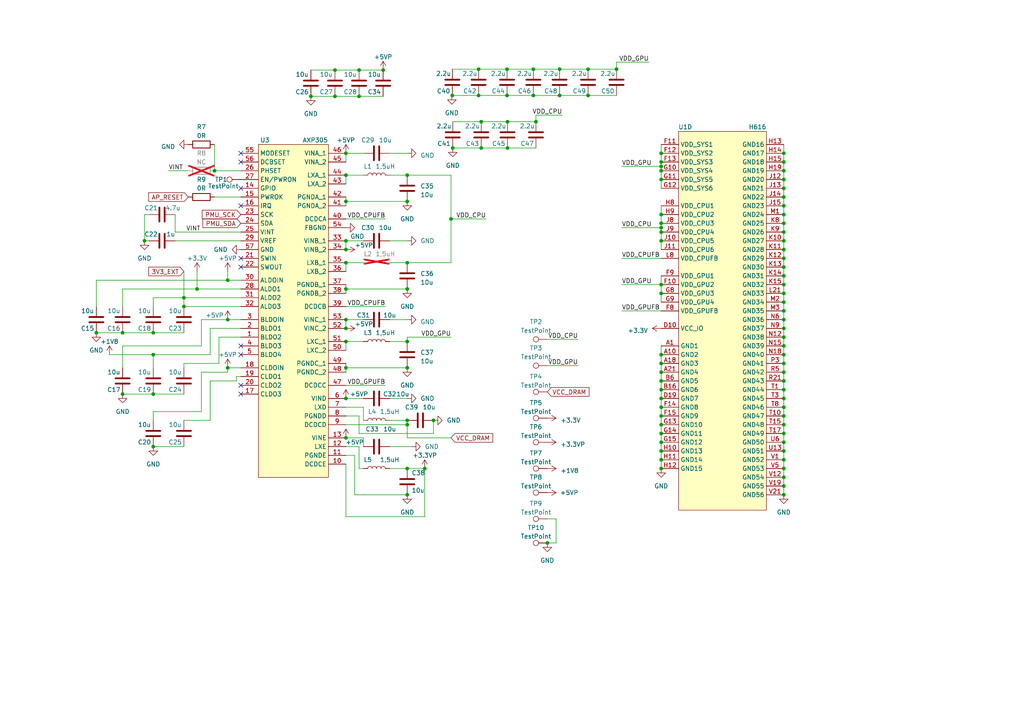
<source format=kicad_sch>
(kicad_sch (version 20231120) (generator "eeschema") (generator_version "8.0")
  (paper "A4")
  (junction (at 53.34 88.9))
  (junction (at 191.77 82.55))
  (junction (at 191.77 123.19))
  (junction (at 123.19 135.89))
  (junction (at 227.33 69.85))
  (junction (at 62.23 49.53))
  (junction (at 191.77 120.65))
  (junction (at 227.33 85.09))
  (junction (at 227.33 115.57))
  (junction (at 227.33 57.15))
  (junction (at 41.91 69.85))
  (junction (at 191.77 49.53))
  (junction (at 35.56 114.3))
  (junction (at 118.11 123.19))
  (junction (at 139.573 42.926))
  (junction (at 227.33 92.71))
  (junction (at 191.77 125.73))
  (junction (at 191.77 102.87))
  (junction (at 191.77 107.95))
  (junction (at 147.066 20.066))
  (junction (at 100.33 76.2))
  (junction (at 227.33 62.23))
  (junction (at 191.77 67.31))
  (junction (at 227.33 97.79))
  (junction (at 104.14 27.94))
  (junction (at 100.33 127))
  (junction (at 227.33 82.55))
  (junction (at 118.11 143.51))
  (junction (at 100.33 72.39))
  (junction (at 170.561 20.066))
  (junction (at 53.34 86.36))
  (junction (at 191.77 69.85))
  (junction (at 100.33 99.06))
  (junction (at 111.125 20.32))
  (junction (at 118.11 135.89))
  (junction (at 227.33 52.07))
  (junction (at 191.77 46.99))
  (junction (at 118.11 83.82))
  (junction (at 191.77 48.26))
  (junction (at 131.191 27.686))
  (junction (at 104.14 20.32))
  (junction (at 44.45 114.3))
  (junction (at 118.11 50.8))
  (junction (at 100.33 95.25))
  (junction (at 100.33 50.8))
  (junction (at 227.33 77.47))
  (junction (at 227.33 90.17))
  (junction (at 57.15 83.82))
  (junction (at 27.94 96.52))
  (junction (at 100.33 92.71))
  (junction (at 227.33 143.51))
  (junction (at 118.11 121.92))
  (junction (at 227.33 80.01))
  (junction (at 147.193 35.306))
  (junction (at 227.33 120.65))
  (junction (at 227.33 54.61))
  (junction (at 66.04 106.68))
  (junction (at 227.33 74.93))
  (junction (at 90.17 27.94))
  (junction (at 125.73 121.92))
  (junction (at 227.33 100.33))
  (junction (at 191.77 110.49))
  (junction (at 66.04 81.28))
  (junction (at 227.33 72.39))
  (junction (at 191.77 130.81))
  (junction (at 178.816 20.066))
  (junction (at 191.77 64.77))
  (junction (at 227.33 113.03))
  (junction (at 35.56 96.52))
  (junction (at 100.33 106.68))
  (junction (at 191.77 44.45))
  (junction (at 227.33 135.89))
  (junction (at 139.573 35.306))
  (junction (at 227.33 49.53))
  (junction (at 162.306 20.066))
  (junction (at 100.33 69.85))
  (junction (at 227.33 64.77))
  (junction (at 227.33 87.63))
  (junction (at 227.33 125.73))
  (junction (at 100.33 115.57))
  (junction (at 191.77 105.41))
  (junction (at 100.33 83.82))
  (junction (at 44.45 96.52))
  (junction (at 191.77 85.09))
  (junction (at 44.45 102.87))
  (junction (at 154.686 20.066))
  (junction (at 227.33 110.49))
  (junction (at 118.11 58.42))
  (junction (at 44.45 129.54))
  (junction (at 158.75 157.48))
  (junction (at 118.11 76.2))
  (junction (at 227.33 107.95))
  (junction (at 191.77 113.03))
  (junction (at 227.33 102.87))
  (junction (at 147.066 27.686))
  (junction (at 227.33 105.41))
  (junction (at 227.33 133.35))
  (junction (at 131.318 42.926))
  (junction (at 227.33 123.19))
  (junction (at 97.155 27.94))
  (junction (at 118.11 106.68))
  (junction (at 147.193 42.926))
  (junction (at 191.77 135.89))
  (junction (at 227.33 138.43))
  (junction (at 138.811 27.686))
  (junction (at 66.04 92.71))
  (junction (at 227.33 67.31))
  (junction (at 191.77 115.57))
  (junction (at 191.77 62.23))
  (junction (at 100.33 58.42))
  (junction (at 154.686 27.686))
  (junction (at 162.306 27.686))
  (junction (at 227.33 46.99))
  (junction (at 191.77 118.11))
  (junction (at 227.33 128.27))
  (junction (at 227.33 140.97))
  (junction (at 191.77 133.35))
  (junction (at 227.33 118.11))
  (junction (at 191.77 66.04))
  (junction (at 191.77 52.07))
  (junction (at 227.33 44.45))
  (junction (at 138.811 20.066))
  (junction (at 227.33 95.25))
  (junction (at 191.77 128.27))
  (junction (at 118.11 99.06))
  (junction (at 227.33 130.81))
  (junction (at 130.81 63.5))
  (junction (at 227.33 59.69))
  (junction (at 155.448 35.306))
  (junction (at 170.561 27.686))
  (junction (at 100.33 44.45))
  (junction (at 97.155 20.32))
  (no_connect (at 69.85 111.76))
  (no_connect (at 69.85 74.93))
  (no_connect (at 69.85 100.33))
  (no_connect (at 69.85 114.3))
  (no_connect (at 69.85 102.87))
  (no_connect (at 69.85 59.69))
  (no_connect (at 69.85 46.99))
  (no_connect (at 69.85 44.45))
  (no_connect (at 69.85 54.61))
  (no_connect (at 69.85 77.47))
  (wire (pts (xy 191.77 110.49) (xy 191.77 113.03)))
  (wire (pts (xy 191.77 133.35) (xy 191.77 135.89)))
  (wire (pts (xy 130.81 76.2) (xy 118.11 76.2)))
  (wire (pts (xy 41.91 62.23) (xy 43.18 62.23)))
  (wire (pts (xy 139.573 42.926) (xy 147.193 42.926)))
  (wire (pts (xy 69.85 83.82) (xy 57.15 83.82)))
  (wire (pts (xy 191.77 80.01) (xy 191.77 82.55)))
  (wire (pts (xy 97.155 27.94) (xy 104.14 27.94)))
  (wire (pts (xy 100.33 115.57) (xy 105.41 115.57)))
  (wire (pts (xy 100.33 106.68) (xy 100.33 107.95)))
  (wire (pts (xy 100.33 123.19) (xy 118.11 123.19)))
  (wire (pts (xy 227.33 115.57) (xy 227.33 118.11)))
  (wire (pts (xy 227.33 105.41) (xy 227.33 107.95)))
  (wire (pts (xy 227.33 87.63) (xy 227.33 90.17)))
  (wire (pts (xy 191.77 59.69) (xy 191.77 62.23)))
  (wire (pts (xy 100.33 106.68) (xy 118.11 106.68)))
  (wire (pts (xy 63.5 105.41) (xy 53.34 105.41)))
  (wire (pts (xy 102.87 143.51) (xy 102.87 132.08)))
  (wire (pts (xy 102.87 132.08) (xy 100.33 132.08)))
  (wire (pts (xy 41.91 62.23) (xy 41.91 69.85)))
  (wire (pts (xy 104.14 129.54) (xy 104.14 135.89)))
  (wire (pts (xy 100.33 53.34) (xy 100.33 50.8)))
  (wire (pts (xy 50.8 67.31) (xy 69.85 67.31)))
  (wire (pts (xy 227.33 41.91) (xy 227.33 44.45)))
  (wire (pts (xy 227.33 77.47) (xy 227.33 80.01)))
  (wire (pts (xy 130.81 127) (xy 118.11 127)))
  (wire (pts (xy 66.04 78.74) (xy 66.04 81.28)))
  (wire (pts (xy 118.11 50.8) (xy 130.81 50.8)))
  (wire (pts (xy 62.23 57.15) (xy 69.85 57.15)))
  (wire (pts (xy 227.33 54.61) (xy 227.33 57.15)))
  (wire (pts (xy 191.77 130.81) (xy 191.77 133.35)))
  (wire (pts (xy 66.04 92.71) (xy 58.42 92.71)))
  (wire (pts (xy 191.77 105.41) (xy 191.77 107.95)))
  (wire (pts (xy 227.33 80.01) (xy 227.33 82.55)))
  (wire (pts (xy 57.15 83.82) (xy 35.56 83.82)))
  (wire (pts (xy 155.448 33.401) (xy 155.448 35.306)))
  (wire (pts (xy 191.77 120.65) (xy 191.77 123.19)))
  (wire (pts (xy 100.33 58.42) (xy 118.11 58.42)))
  (wire (pts (xy 147.066 27.686) (xy 154.686 27.686)))
  (wire (pts (xy 69.85 92.71) (xy 66.04 92.71)))
  (wire (pts (xy 90.17 27.94) (xy 97.155 27.94)))
  (wire (pts (xy 227.33 123.19) (xy 227.33 125.73)))
  (wire (pts (xy 105.41 69.85) (xy 100.33 69.85)))
  (wire (pts (xy 227.33 97.79) (xy 227.33 100.33)))
  (wire (pts (xy 125.73 125.73) (xy 104.14 125.73)))
  (wire (pts (xy 161.29 150.495) (xy 158.75 150.495)))
  (wire (pts (xy 35.56 114.3) (xy 44.45 114.3)))
  (wire (pts (xy 100.33 105.41) (xy 100.33 106.68)))
  (wire (pts (xy 227.33 133.35) (xy 227.33 135.89)))
  (wire (pts (xy 100.33 58.42) (xy 100.33 59.69)))
  (wire (pts (xy 227.33 90.17) (xy 227.33 92.71)))
  (wire (pts (xy 53.34 86.36) (xy 44.45 86.36)))
  (wire (pts (xy 138.811 20.066) (xy 147.066 20.066)))
  (wire (pts (xy 69.85 49.53) (xy 62.23 49.53)))
  (wire (pts (xy 154.686 27.686) (xy 162.306 27.686)))
  (wire (pts (xy 125.73 121.92) (xy 125.73 125.73)))
  (wire (pts (xy 100.33 44.45) (xy 100.33 46.99)))
  (wire (pts (xy 44.45 96.52) (xy 53.34 96.52)))
  (wire (pts (xy 100.33 69.85) (xy 100.33 72.39)))
  (wire (pts (xy 62.23 49.53) (xy 62.23 41.91)))
  (wire (pts (xy 105.41 118.11) (xy 105.41 121.92)))
  (wire (pts (xy 123.19 149.86) (xy 123.19 135.89)))
  (wire (pts (xy 191.77 46.99) (xy 191.77 48.26)))
  (wire (pts (xy 60.96 102.87) (xy 60.96 95.25)))
  (wire (pts (xy 53.34 78.74) (xy 53.34 86.36)))
  (wire (pts (xy 100.33 82.55) (xy 100.33 83.82)))
  (wire (pts (xy 227.33 82.55) (xy 227.33 85.09)))
  (wire (pts (xy 60.96 121.92) (xy 60.96 110.49)))
  (wire (pts (xy 100.33 99.06) (xy 100.33 101.6)))
  (wire (pts (xy 191.77 52.07) (xy 191.77 54.61)))
  (wire (pts (xy 227.33 102.87) (xy 227.33 105.41)))
  (wire (pts (xy 118.11 127) (xy 118.11 123.19)))
  (wire (pts (xy 158.75 98.425) (xy 167.64 98.425)))
  (wire (pts (xy 100.33 57.15) (xy 100.33 58.42)))
  (wire (pts (xy 60.96 110.49) (xy 68.58 110.49)))
  (wire (pts (xy 147.193 42.926) (xy 155.448 42.926)))
  (wire (pts (xy 227.33 113.03) (xy 227.33 115.57)))
  (wire (pts (xy 68.58 109.22) (xy 69.85 109.22)))
  (wire (pts (xy 31.75 102.87) (xy 44.45 102.87)))
  (wire (pts (xy 191.77 44.45) (xy 191.77 46.99)))
  (wire (pts (xy 130.81 97.79) (xy 118.11 97.79)))
  (wire (pts (xy 104.14 135.89) (xy 105.41 135.89)))
  (wire (pts (xy 69.85 86.36) (xy 53.34 86.36)))
  (wire (pts (xy 191.77 123.19) (xy 191.77 125.73)))
  (wire (pts (xy 191.77 41.91) (xy 191.77 44.45)))
  (wire (pts (xy 48.895 49.53) (xy 54.61 49.53)))
  (wire (pts (xy 180.34 74.93) (xy 191.77 74.93)))
  (wire (pts (xy 44.45 102.87) (xy 60.96 102.87)))
  (wire (pts (xy 104.14 120.65) (xy 100.33 120.65)))
  (wire (pts (xy 180.34 66.04) (xy 191.77 66.04)))
  (wire (pts (xy 27.94 81.28) (xy 27.94 88.9)))
  (wire (pts (xy 180.34 48.26) (xy 191.77 48.26)))
  (wire (pts (xy 44.45 129.54) (xy 53.34 129.54)))
  (wire (pts (xy 35.56 83.82) (xy 35.56 88.9)))
  (wire (pts (xy 227.33 49.53) (xy 227.33 52.07)))
  (wire (pts (xy 113.03 135.89) (xy 118.11 135.89)))
  (wire (pts (xy 227.33 64.77) (xy 227.33 67.31)))
  (wire (pts (xy 105.41 99.06) (xy 100.33 99.06)))
  (wire (pts (xy 191.77 125.73) (xy 191.77 128.27)))
  (wire (pts (xy 60.96 95.25) (xy 69.85 95.25)))
  (wire (pts (xy 58.42 119.38) (xy 44.45 119.38)))
  (wire (pts (xy 63.5 97.79) (xy 63.5 105.41)))
  (wire (pts (xy 58.42 100.33) (xy 35.56 100.33)))
  (wire (pts (xy 162.306 27.686) (xy 170.561 27.686)))
  (wire (pts (xy 97.155 20.32) (xy 104.14 20.32)))
  (wire (pts (xy 53.34 121.92) (xy 60.96 121.92)))
  (wire (pts (xy 104.14 27.94) (xy 111.125 27.94)))
  (wire (pts (xy 227.33 92.71) (xy 227.33 95.25)))
  (wire (pts (xy 178.816 18.034) (xy 188.214 18.034)))
  (wire (pts (xy 227.33 107.95) (xy 227.33 110.49)))
  (wire (pts (xy 113.03 115.57) (xy 118.11 115.57)))
  (wire (pts (xy 131.191 27.686) (xy 138.811 27.686)))
  (wire (pts (xy 138.811 27.686) (xy 147.066 27.686)))
  (wire (pts (xy 227.33 118.11) (xy 227.33 120.65)))
  (wire (pts (xy 170.561 20.066) (xy 178.816 20.066)))
  (wire (pts (xy 227.33 72.39) (xy 227.33 74.93)))
  (wire (pts (xy 69.85 97.79) (xy 63.5 97.79)))
  (wire (pts (xy 191.77 107.95) (xy 191.77 110.49)))
  (wire (pts (xy 227.33 100.33) (xy 227.33 102.87)))
  (wire (pts (xy 130.81 63.5) (xy 130.81 76.2)))
  (wire (pts (xy 113.03 69.85) (xy 118.11 69.85)))
  (wire (pts (xy 227.33 57.15) (xy 227.33 59.69)))
  (wire (pts (xy 41.91 69.85) (xy 43.18 69.85)))
  (wire (pts (xy 105.41 76.2) (xy 100.33 76.2)))
  (wire (pts (xy 104.14 20.32) (xy 111.125 20.32)))
  (wire (pts (xy 113.03 44.45) (xy 118.11 44.45)))
  (wire (pts (xy 162.306 20.066) (xy 170.561 20.066)))
  (wire (pts (xy 69.85 81.28) (xy 66.04 81.28)))
  (wire (pts (xy 118.11 97.79) (xy 118.11 99.06)))
  (wire (pts (xy 118.11 143.51) (xy 102.87 143.51)))
  (wire (pts (xy 191.77 66.04) (xy 191.77 67.31)))
  (wire (pts (xy 227.33 46.99) (xy 227.33 49.53)))
  (wire (pts (xy 66.04 107.95) (xy 58.42 107.95)))
  (wire (pts (xy 191.77 118.11) (xy 191.77 120.65)))
  (wire (pts (xy 131.191 20.066) (xy 138.811 20.066)))
  (wire (pts (xy 131.064 27.686) (xy 131.191 27.686)))
  (wire (pts (xy 227.33 135.89) (xy 227.33 138.43)))
  (wire (pts (xy 100.33 118.11) (xy 105.41 118.11)))
  (wire (pts (xy 100.33 149.86) (xy 123.19 149.86)))
  (wire (pts (xy 35.56 96.52) (xy 44.45 96.52)))
  (wire (pts (xy 227.33 138.43) (xy 227.33 140.97)))
  (wire (pts (xy 227.33 128.27) (xy 227.33 130.81)))
  (wire (pts (xy 227.33 74.93) (xy 227.33 77.47)))
  (wire (pts (xy 100.33 127) (xy 105.41 127)))
  (wire (pts (xy 58.42 92.71) (xy 58.42 100.33)))
  (wire (pts (xy 180.34 90.17) (xy 191.77 90.17)))
  (wire (pts (xy 227.33 95.25) (xy 227.33 97.79)))
  (wire (pts (xy 130.81 50.8) (xy 130.81 63.5)))
  (wire (pts (xy 130.81 63.5) (xy 140.97 63.5)))
  (wire (pts (xy 100.33 50.8) (xy 105.41 50.8)))
  (wire (pts (xy 100.33 88.9) (xy 111.76 88.9)))
  (wire (pts (xy 227.33 52.07) (xy 227.33 54.61)))
  (wire (pts (xy 53.34 105.41) (xy 53.34 106.68)))
  (wire (pts (xy 191.77 115.57) (xy 191.77 118.11)))
  (wire (pts (xy 100.33 111.76) (xy 111.76 111.76)))
  (wire (pts (xy 191.77 49.53) (xy 191.77 52.07)))
  (wire (pts (xy 66.04 81.28) (xy 27.94 81.28)))
  (wire (pts (xy 53.34 88.9) (xy 69.85 88.9)))
  (wire (pts (xy 147.066 20.066) (xy 154.686 20.066)))
  (wire (pts (xy 105.41 92.71) (xy 100.33 92.71)))
  (wire (pts (xy 158.75 106.045) (xy 167.64 106.045)))
  (wire (pts (xy 27.94 96.52) (xy 35.56 96.52)))
  (wire (pts (xy 227.33 44.45) (xy 227.33 46.99)))
  (wire (pts (xy 100.33 92.71) (xy 100.33 95.25)))
  (wire (pts (xy 113.03 92.71) (xy 118.11 92.71)))
  (wire (pts (xy 191.77 62.23) (xy 191.77 64.77)))
  (wire (pts (xy 227.33 62.23) (xy 227.33 64.77)))
  (wire (pts (xy 50.8 69.85) (xy 69.85 69.85)))
  (wire (pts (xy 161.29 157.48) (xy 158.75 157.48)))
  (wire (pts (xy 191.77 67.31) (xy 191.77 69.85)))
  (wire (pts (xy 58.42 107.95) (xy 58.42 119.38)))
  (wire (pts (xy 57.15 78.74) (xy 57.15 83.82)))
  (wire (pts (xy 100.33 44.45) (xy 105.41 44.45)))
  (wire (pts (xy 227.33 125.73) (xy 227.33 128.27)))
  (wire (pts (xy 131.318 42.926) (xy 139.573 42.926)))
  (wire (pts (xy 227.33 130.81) (xy 227.33 133.35)))
  (wire (pts (xy 139.573 35.306) (xy 147.193 35.306)))
  (wire (pts (xy 44.45 86.36) (xy 44.45 88.9)))
  (wire (pts (xy 227.33 69.85) (xy 227.33 72.39)))
  (wire (pts (xy 113.03 129.54) (xy 119.38 129.54)))
  (wire (pts (xy 227.33 120.65) (xy 227.33 123.19)))
  (wire (pts (xy 35.56 100.33) (xy 35.56 106.68)))
  (wire (pts (xy 113.03 76.2) (xy 118.11 76.2)))
  (wire (pts (xy 66.04 106.68) (xy 66.04 107.95)))
  (wire (pts (xy 191.77 69.85) (xy 191.77 72.39)))
  (wire (pts (xy 227.33 67.31) (xy 227.33 69.85)))
  (wire (pts (xy 100.33 129.54) (xy 104.14 129.54)))
  (wire (pts (xy 100.33 83.82) (xy 100.33 85.09)))
  (wire (pts (xy 104.14 125.73) (xy 104.14 120.65)))
  (wire (pts (xy 44.45 106.68) (xy 44.45 102.87)))
  (wire (pts (xy 68.58 110.49) (xy 68.58 109.22)))
  (wire (pts (xy 227.33 140.97) (xy 227.33 143.51)))
  (wire (pts (xy 191.77 102.87) (xy 191.77 105.41)))
  (wire (pts (xy 113.03 121.92) (xy 118.11 121.92)))
  (wire (pts (xy 100.33 83.82) (xy 118.11 83.82)))
  (wire (pts (xy 191.77 128.27) (xy 191.77 130.81)))
  (wire (pts (xy 170.561 27.686) (xy 178.816 27.686)))
  (wire (pts (xy 163.068 33.401) (xy 155.448 33.401)))
  (wire (pts (xy 123.19 135.89) (xy 118.11 135.89)))
  (wire (pts (xy 191.77 82.55) (xy 191.77 85.09)))
  (wire (pts (xy 90.17 20.32) (xy 97.155 20.32)))
  (wire (pts (xy 178.816 20.066) (xy 178.816 18.034)))
  (wire (pts (xy 100.33 76.2) (xy 100.33 78.74)))
  (wire (pts (xy 69.85 106.68) (xy 66.04 106.68)))
  (wire (pts (xy 113.03 99.06) (xy 118.11 99.06)))
  (wire (pts (xy 191.77 113.03) (xy 191.77 115.57)))
  (wire (pts (xy 131.318 35.306) (xy 139.573 35.306)))
  (wire (pts (xy 50.8 67.31) (xy 50.8 62.23)))
  (wire (pts (xy 118.11 123.19) (xy 118.11 121.92)))
  (wire (pts (xy 191.77 85.09) (xy 191.77 87.63)))
  (wire (pts (xy 161.29 150.495) (xy 161.29 157.48)))
  (wire (pts (xy 191.77 100.33) (xy 191.77 102.87)))
  (wire (pts (xy 105.41 127) (xy 105.41 129.54)))
  (wire (pts (xy 113.03 50.8) (xy 118.11 50.8)))
  (wire (pts (xy 227.33 110.49) (xy 227.33 113.03)))
  (wire (pts (xy 227.33 85.09) (xy 227.33 87.63)))
  (wire (pts (xy 44.45 114.3) (xy 53.34 114.3)))
  (wire (pts (xy 53.34 86.36) (xy 53.34 88.9)))
  (wire (pts (xy 154.686 20.066) (xy 162.306 20.066)))
  (wire (pts (xy 100.33 134.62) (xy 100.33 149.86)))
  (wire (pts (xy 227.33 59.69) (xy 227.33 62.23)))
  (wire (pts (xy 191.77 48.26) (xy 191.77 49.53)))
  (wire (pts (xy 147.193 35.306) (xy 155.448 35.306)))
  (wire (pts (xy 191.77 64.77) (xy 191.77 66.04)))
  (wire (pts (xy 100.33 63.5) (xy 111.76 63.5)))
  (wire (pts (xy 180.34 82.55) (xy 191.77 82.55)))
  (wire (pts (xy 44.45 119.38) (xy 44.45 121.92)))
  (label "VDD_CPU" (at 163.068 33.401 180))
  (label "VDD_GPU" (at 167.64 106.045 180))
  (label "VDD_GPUFB" (at 180.34 90.17 0))
  (label "VINT" (at 53.975 67.31 0))
  (label "VDD_CPUFB" (at 111.76 63.5 180))
  (label "VDD_GPU" (at 130.81 97.79 180))
  (label "VDD_GPU" (at 180.34 48.26 0))
  (label "VDD_CPU" (at 167.64 98.425 180))
  (label "VDD_CPU" (at 140.97 63.5 180))
  (label "VDD_GPUFB" (at 111.76 111.76 180))
  (label "VDD_CPU" (at 180.34 66.04 0))
  (label "VDD_CPUFB" (at 111.76 88.9 180))
  (label "VDD_CPUFB" (at 180.34 74.93 0))
  (label "VINT" (at 48.895 49.53 0))
  (label "VDD_GPU" (at 188.214 18.034 180))
  (label "VDD_GPU" (at 180.34 82.55 0))
  (global_label "VCC_DRAM" (shape input) (at 130.81 127 0) (property "Intersheetrefs" "${INTERSHEET_REFS}" (effects (hide yes))))
  (global_label "3V3_EXT" (shape input) (at 53.34 78.74 180) (property "Intersheetrefs" "${INTERSHEET_REFS}" (effects (hide yes))))
  (global_label "PMU_SCK" (shape input) (at 69.85 62.23 180) (property "Intersheetrefs" "${INTERSHEET_REFS}" (effects (hide yes))))
  (global_label "AP_RESET" (shape input) (at 54.61 57.15 180) (property "Intersheetrefs" "${INTERSHEET_REFS}" (effects (hide yes))))
  (global_label "VCC_DRAM" (shape input) (at 158.75 113.665 0) (property "Intersheetrefs" "${INTERSHEET_REFS}" (effects (hide yes))))
  (global_label "PMU_SDA" (shape input) (at 69.85 64.77 180) (property "Intersheetrefs" "${INTERSHEET_REFS}" (effects (hide yes))))
  (symbol (lib_id "power:GND") (at 118.11 92.71 90) (unit 1)
    (property "Reference" "#PWR033" (effects (hide yes)))
    (property "Value" "GND" (at 121.92 93.345 90) (effects (justify right)))
  )
  (symbol (lib_id "Connector:TestPoint") (at 158.75 98.425 90) (unit 1)
    (property "Reference" "TP2" (at 155.448 93.345 90))
    (property "Value" "TestPoint" (at 155.448 95.885 90))
    (property "Footprint" "TestPoint:TestPoint_THTPad_D1.0mm_Drill0.5mm" (effects (hide yes)))
  )
  (symbol (lib_id "Device:C") (at 109.22 44.45 90) (unit 1)
    (property "Reference" "C29" (at 106.68 40.64 90))
    (property "Value" "10u" (at 111.76 40.64 90))
    (property "Footprint" "Capacitor_SMD:C_0402_1005Metric_Pad0.74x0.62mm_HandSolder" (effects (hide yes)))
  )
  (symbol (lib_id "power:+5VP") (at 100.33 115.57 0) (unit 1)
    (property "Reference" "#PWR026" (effects (hide yes)))
    (property "Value" "+5VP" (at 104.14 114.3 0))
  )
  (symbol (lib_id "Device:C") (at 53.34 92.71 180) (unit 1)
    (property "Reference" "C23" (at 50.8 95.25 0))
    (property "Value" "10u" (at 50.8 90.17 0))
    (property "Footprint" "Capacitor_SMD:C_0402_1005Metric_Pad0.74x0.62mm_HandSolder" (effects (hide yes)))
  )
  (symbol (lib_id "Connector:TestPoint") (at 158.75 106.045 90) (unit 1)
    (property "Reference" "TP3" (at 155.448 100.965 90))
    (property "Value" "TestPoint" (at 155.448 103.505 90))
    (property "Footprint" "TestPoint:TestPoint_THTPad_D1.0mm_Drill0.5mm" (effects (hide yes)))
  )
  (symbol (lib_id "Device:C") (at 97.155 24.13 180) (unit 1)
    (property "Reference" "C27" (at 94.615 26.67 0))
    (property "Value" "10u" (at 94.615 21.59 0))
    (property "Footprint" "Capacitor_SMD:C_0402_1005Metric_Pad0.74x0.62mm_HandSolder" (effects (hide yes)))
  )
  (symbol (lib_id "Device:C") (at 109.22 115.57 90) (unit 1)
    (property "Reference" "C32" (at 113.03 114.3 90))
    (property "Value" "10u" (at 116.84 114.3 90))
    (property "Footprint" "Capacitor_SMD:C_0402_1005Metric_Pad0.74x0.62mm_HandSolder" (effects (hide yes)))
  )
  (symbol (lib_id "H616_lib:H616") (at 203.2 35.56 0) (unit 4)
    (property "Reference" "U1" (at 198.755 36.83 0))
    (property "Value" "H616" (at 219.71 36.83 0))
    (property "Footprint" "projectlib:H616_TFBGA284" (effects (hide yes)))
  )
  (symbol (lib_id "power:GND") (at 44.45 129.54 0) (unit 1)
    (property "Reference" "#PWR014" (effects (hide yes)))
    (property "Value" "GND" (at 44.45 134.62 0))
  )
  (symbol (lib_id "Device:C") (at 139.573 39.116 180) (unit 1)
    (property "Reference" "C43" (at 137.033 41.656 0))
    (property "Value" "2.2u" (at 137.033 36.576 0))
    (property "Footprint" "Capacitor_SMD:C_0402_1005Metric_Pad0.74x0.62mm_HandSolder" (effects (hide yes)))
  )
  (symbol (lib_id "power:+5VP") (at 100.33 72.39 270) (unit 1)
    (property "Reference" "#PWR024" (effects (hide yes)))
    (property "Value" "+5VP" (at 102.87 71.12 90) (effects (justify left)))
  )
  (symbol (lib_id "Device:C") (at 138.811 23.876 180) (unit 1)
    (property "Reference" "C42" (at 136.271 26.416 0))
    (property "Value" "2.2u" (at 136.271 21.336 0))
    (property "Footprint" "Capacitor_SMD:C_0402_1005Metric_Pad0.74x0.62mm_HandSolder" (effects (hide yes)))
  )
  (symbol (lib_id "power:+5VP") (at 158.75 142.875 270) (unit 1)
    (property "Reference" "#PWR045" (effects (hide yes)))
    (property "Value" "+5VP" (at 165.1 142.875 90))
  )
  (symbol (lib_id "power:GND") (at 158.75 157.48 0) (unit 1)
    (property "Reference" "#PWR046" (effects (hide yes)))
    (property "Value" "GND" (at 158.75 162.56 0))
  )
  (symbol (lib_id "Connector:TestPoint") (at 158.75 157.48 90) (unit 1)
    (property "Reference" "TP10" (at 155.448 153.035 90))
    (property "Value" "TestPoint" (at 155.448 155.575 90))
    (property "Footprint" "TestPoint:TestPoint_THTPad_D1.0mm_Drill0.5mm" (effects (hide yes)))
  )
  (symbol (lib_id "Device:R") (at 58.42 57.15 90) (unit 1)
    (property "Reference" "R9" (at 58.42 52.07 90))
    (property "Value" "0R" (at 58.42 54.61 90))
    (property "Footprint" "Resistor_SMD:R_0402_1005Metric_Pad0.72x0.64mm_HandSolder" (effects (hide yes)))
  )
  (symbol (lib_id "power:GND") (at 118.11 115.57 90) (unit 1)
    (property "Reference" "#PWR035" (effects (hide yes)))
    (property "Value" "GND" (at 121.92 115.57 90) (effects (justify right)))
  )
  (symbol (lib_id "Device:C") (at 118.11 139.7 180) (unit 1)
    (property "Reference" "C38" (at 119.38 137.16 0) (effects (justify right)))
    (property "Value" "10u" (at 119.38 142.24 0) (effects (justify right)))
    (property "Footprint" "Capacitor_SMD:C_0402_1005Metric_Pad0.74x0.62mm_HandSolder" (effects (hide yes)))
  )
  (symbol (lib_id "power:GND") (at 90.17 27.94 0) (unit 1)
    (property "Reference" "#PWR021" (effects (hide yes)))
    (property "Value" "GND" (at 90.17 33.02 0))
  )
  (symbol (lib_id "Device:C") (at 170.561 23.876 180) (unit 1)
    (property "Reference" "C49" (at 168.021 26.416 0))
    (property "Value" "2.2u" (at 168.021 21.336 0))
    (property "Footprint" "Capacitor_SMD:C_0402_1005Metric_Pad0.74x0.62mm_HandSolder" (effects (hide yes)))
  )
  (symbol (lib_id "power:GND") (at 41.91 69.85 0) (unit 1)
    (property "Reference" "#PWR013" (effects (hide yes)))
    (property "Value" "GND" (at 41.91 74.93 0))
  )
  (symbol (lib_id "Device:C") (at 155.448 39.116 180) (unit 1)
    (property "Reference" "C47" (at 152.908 41.656 0))
    (property "Value" "2.2u" (at 152.908 36.576 0))
    (property "Footprint" "Capacitor_SMD:C_0402_1005Metric_Pad0.74x0.62mm_HandSolder" (effects (hide yes)))
  )
  (symbol (lib_id "Device:C") (at 121.92 121.92 90) (unit 1)
    (property "Reference" "C39" (at 119.38 118.11 90))
    (property "Value" "10u" (at 124.46 118.11 90))
    (property "Footprint" "Capacitor_SMD:C_0402_1005Metric_Pad0.74x0.62mm_HandSolder" (effects (hide yes)))
  )
  (symbol (lib_id "Device:C") (at 46.99 62.23 90) (unit 1)
    (property "Reference" "C21" (at 43.815 60.325 90))
    (property "Value" "4.7u" (at 50.165 60.325 90))
    (property "Footprint" "Capacitor_SMD:C_0402_1005Metric_Pad0.74x0.62mm_HandSolder" (effects (hide yes)))
  )
  (symbol (lib_id "Device:C") (at 109.22 129.54 90) (unit 1)
    (property "Reference" "C33" (at 107.95 124.46 90))
    (property "Value" "10u" (at 113.03 124.46 90))
    (property "Footprint" "Capacitor_SMD:C_0402_1005Metric_Pad0.74x0.62mm_HandSolder" (effects (hide yes)))
  )
  (symbol (lib_id "Device:C") (at 44.45 110.49 180) (unit 1)
    (property "Reference" "C19" (at 41.91 113.03 0))
    (property "Value" "10u" (at 41.91 107.95 0))
    (property "Footprint" "Capacitor_SMD:C_0402_1005Metric_Pad0.74x0.62mm_HandSolder" (effects (hide yes)))
  )
  (symbol (lib_id "Device:L") (at 109.22 76.2 90) (unit 1) (dnp yes)
    (property "Reference" "L2" (at 106.68 73.66 90))
    (property "Value" "1,5uH" (at 111.76 73.66 90))
    (property "Footprint" "Inductor_SMD:L_Changjiang_FNR252010S" (effects (hide yes)))
  )
  (symbol (lib_id "power:GND") (at 118.11 69.85 90) (unit 1)
    (property "Reference" "#PWR031" (effects (hide yes)))
    (property "Value" "GND" (at 121.92 69.85 90) (effects (justify right)))
  )
  (symbol (lib_id "power:GND") (at 118.11 58.42 0) (unit 1)
    (property "Reference" "#PWR030" (effects (hide yes)))
    (property "Value" "GND" (at 118.11 63.5 0))
  )
  (symbol (lib_id "Device:C") (at 162.306 23.876 180) (unit 1)
    (property "Reference" "C48" (at 159.766 26.416 0))
    (property "Value" "2.2u" (at 159.766 21.336 0))
    (property "Footprint" "Capacitor_SMD:C_0402_1005Metric_Pad0.74x0.62mm_HandSolder" (effects (hide yes)))
  )
  (symbol (lib_id "power:GND") (at 118.11 143.51 0) (unit 1)
    (property "Reference" "#PWR036" (effects (hide yes)))
    (property "Value" "GND" (at 118.11 148.59 0))
  )
  (symbol (lib_id "Device:C") (at 53.34 110.49 180) (unit 1)
    (property "Reference" "C24" (at 50.8 113.03 0))
    (property "Value" "10u" (at 50.8 107.95 0))
    (property "Footprint" "Capacitor_SMD:C_0402_1005Metric_Pad0.74x0.62mm_HandSolder" (effects (hide yes)))
  )
  (symbol (lib_id "Device:L") (at 109.22 99.06 90) (unit 1)
    (property "Reference" "L3" (at 106.68 96.52 90))
    (property "Value" "1,5uH" (at 111.76 96.52 90))
    (property "Footprint" "Inductor_SMD:L_Changjiang_FNR252010S" (effects (hide yes)))
  )
  (symbol (lib_id "Device:C") (at 109.22 92.71 90) (unit 1)
    (property "Reference" "C31" (at 105.41 91.44 90))
    (property "Value" "10u" (at 113.03 91.44 90))
    (property "Footprint" "Capacitor_SMD:C_0402_1005Metric_Pad0.74x0.62mm_HandSolder" (effects (hide yes)))
  )
  (symbol (lib_id "Device:C") (at 109.22 69.85 90) (unit 1)
    (property "Reference" "C30" (at 106.68 66.04 90))
    (property "Value" "10u" (at 111.76 66.04 90))
    (property "Footprint" "Capacitor_SMD:C_0402_1005Metric_Pad0.74x0.62mm_HandSolder" (effects (hide yes)))
  )
  (symbol (lib_id "Device:C") (at 90.17 24.13 180) (unit 1)
    (property "Reference" "C26" (at 87.63 26.67 0))
    (property "Value" "10u" (at 87.63 21.59 0))
    (property "Footprint" "Capacitor_SMD:C_0402_1005Metric_Pad0.74x0.62mm_HandSolder" (effects (hide yes)))
  )
  (symbol (lib_id "power:GND") (at 191.77 135.89 0) (unit 1)
    (property "Reference" "#PWR048" (effects (hide yes)))
    (property "Value" "GND" (at 191.77 140.97 0))
  )
  (symbol (lib_id "power:GND") (at 69.85 72.39 270) (unit 1)
    (property "Reference" "#PWR020" (effects (hide yes)))
    (property "Value" "GND" (at 66.04 72.39 90) (effects (justify right)))
  )
  (symbol (lib_id "Device:C") (at 111.125 24.13 180) (unit 1)
    (property "Reference" "C34" (at 108.585 26.67 0))
    (property "Value" "10u" (at 108.585 21.59 0))
    (property "Footprint" "Capacitor_SMD:C_0402_1005Metric_Pad0.74x0.62mm_HandSolder" (effects (hide yes)))
  )
  (symbol (lib_id "power:+5VP") (at 66.04 92.71 0) (unit 1)
    (property "Reference" "#PWR018" (effects (hide yes)))
    (property "Value" "+5VP" (at 62.23 91.44 0))
  )
  (symbol (lib_id "Device:C") (at 46.99 69.85 90) (unit 1)
    (property "Reference" "C22" (at 43.815 67.945 90))
    (property "Value" "1u" (at 49.53 67.945 90))
    (property "Footprint" "Capacitor_SMD:C_0402_1005Metric_Pad0.74x0.62mm_HandSolder" (effects (hide yes)))
  )
  (symbol (lib_id "power:+1V8") (at 31.75 102.87 0) (unit 1)
    (property "Reference" "#PWR011" (effects (hide yes)))
    (property "Value" "+1V8" (at 31.75 99.06 0))
  )
  (symbol (lib_id "Device:C") (at 131.191 23.876 180) (unit 1)
    (property "Reference" "C40" (at 128.651 26.416 0))
    (property "Value" "2.2u" (at 128.651 21.336 0))
    (property "Footprint" "Capacitor_SMD:C_0402_1005Metric_Pad0.74x0.62mm_HandSolder" (effects (hide yes)))
  )
  (symbol (lib_id "Connector:TestPoint") (at 158.75 121.285 90) (unit 1)
    (property "Reference" "TP5" (at 155.448 116.84 90))
    (property "Value" "TestPoint" (at 155.448 119.38 90))
    (property "Footprint" "TestPoint:TestPoint_THTPad_D1.0mm_Drill0.5mm" (effects (hide yes)))
  )
  (symbol (lib_id "power:+3.3V") (at 57.15 78.74 0) (unit 1)
    (property "Reference" "#PWR016" (effects (hide yes)))
    (property "Value" "+3.3V" (at 57.15 74.93 0))
  )
  (symbol (lib_id "power:+1V8") (at 158.75 135.89 270) (unit 1)
    (property "Reference" "#PWR044" (effects (hide yes)))
    (property "Value" "+1V8" (at 162.56 136.525 90) (effects (justify left)))
  )
  (symbol (lib_id "Device:C") (at 53.34 125.73 180) (unit 1)
    (property "Reference" "C25" (at 50.8 128.27 0))
    (property "Value" "10u" (at 50.8 123.19 0))
    (property "Footprint" "Capacitor_SMD:C_0402_1005Metric_Pad0.74x0.62mm_HandSolder" (effects (hide yes)))
  )
  (symbol (lib_id "power:GND") (at 118.11 83.82 0) (unit 1)
    (property "Reference" "#PWR032" (effects (hide yes)))
    (property "Value" "GND" (at 118.11 88.9 0))
  )
  (symbol (lib_id "Device:C") (at 178.816 23.876 180) (unit 1)
    (property "Reference" "C50" (at 176.276 26.416 0))
    (property "Value" "2.2u" (at 176.276 21.336 0))
    (property "Footprint" "Capacitor_SMD:C_0402_1005Metric_Pad0.74x0.62mm_HandSolder" (effects (hide yes)))
  )
  (symbol (lib_id "power:GND") (at 27.94 96.52 0) (unit 1)
    (property "Reference" "#PWR010" (effects (hide yes)))
    (property "Value" "GND" (at 27.94 101.6 0))
  )
  (symbol (lib_id "Device:L") (at 109.22 121.92 90) (unit 1)
    (property "Reference" "L4" (at 107.95 119.38 90))
    (property "Value" "1,5uH" (at 113.03 119.38 90))
    (property "Footprint" "Inductor_SMD:L_Changjiang_FNR252010S" (effects (hide yes)))
  )
  (symbol (lib_id "Device:C") (at 118.11 80.01 0) (unit 1)
    (property "Reference" "C36" (at 121.92 79.375 0) (effects (justify left)))
    (property "Value" "10u" (at 121.92 81.915 0) (effects (justify left)))
    (property "Footprint" "Capacitor_SMD:C_0402_1005Metric_Pad0.74x0.62mm_HandSolder" (effects (hide yes)))
  )
  (symbol (lib_id "power:+3.3V") (at 158.75 121.285 270) (unit 1)
    (property "Reference" "#PWR042" (effects (hide yes)))
    (property "Value" "+3.3V" (at 162.56 121.92 90) (effects (justify left)))
  )
  (symbol (lib_id "Device:C") (at 118.11 102.87 0) (unit 1)
    (property "Reference" "C37" (at 121.92 102.235 0) (effects (justify left)))
    (property "Value" "10u" (at 121.92 104.775 0) (effects (justify left)))
    (property "Footprint" "Capacitor_SMD:C_0402_1005Metric_Pad0.74x0.62mm_HandSolder" (effects (hide yes)))
  )
  (symbol (lib_id "Device:C") (at 44.45 92.71 180) (unit 1)
    (property "Reference" "C18" (at 41.91 95.25 0))
    (property "Value" "10u" (at 41.91 90.17 0))
    (property "Footprint" "Capacitor_SMD:C_0402_1005Metric_Pad0.74x0.62mm_HandSolder" (effects (hide yes)))
  )
  (symbol (lib_id "power:+3.3VP") (at 123.19 135.89 0) (unit 1)
    (property "Reference" "#PWR038" (effects (hide yes)))
    (property "Value" "+3.3VP" (at 123.19 132.08 0))
  )
  (symbol (lib_id "H616_lib:AXP305") (at 80.01 40.64 0) (unit 1)
    (property "Reference" "U3" (at 76.835 40.64 0))
    (property "Value" "AXP305" (at 91.44 40.64 0))
    (property "Footprint" "Package_DFN_QFN:QFN-56-1EP_7x7mm_P0.4mm_EP4x4mm_ThermalVias" (effects (hide yes)))
  )
  (symbol (lib_id "Device:C") (at 147.193 39.116 180) (unit 1)
    (property "Reference" "C45" (at 144.653 41.656 0))
    (property "Value" "2.2u" (at 144.653 36.576 0))
    (property "Footprint" "Capacitor_SMD:C_0402_1005Metric_Pad0.74x0.62mm_HandSolder" (effects (hide yes)))
  )
  (symbol (lib_id "power:GND") (at 227.33 143.51 0) (unit 1)
    (property "Reference" "#PWR049" (effects (hide yes)))
    (property "Value" "GND" (at 227.33 148.59 0))
  )
  (symbol (lib_id "power:+5VP") (at 66.04 78.74 0) (unit 1)
    (property "Reference" "#PWR017" (effects (hide yes)))
    (property "Value" "+5VP" (at 66.04 74.93 0))
  )
  (symbol (lib_id "power:GND") (at 118.11 106.68 0) (unit 1)
    (property "Reference" "#PWR034" (effects (hide yes)))
    (property "Value" "GND" (at 118.11 111.76 0))
  )
  (symbol (lib_id "power:+5VP") (at 100.33 44.45 0) (unit 1)
    (property "Reference" "#PWR022" (effects (hide yes)))
    (property "Value" "+5VP" (at 100.33 40.64 0))
  )
  (symbol (lib_id "Connector:TestPoint") (at 158.75 128.27 90) (unit 1)
    (property "Reference" "TP6" (at 155.448 123.825 90))
    (property "Value" "TestPoint" (at 155.448 126.365 90))
    (property "Footprint" "TestPoint:TestPoint_THTPad_D1.0mm_Drill0.5mm" (effects (hide yes)))
  )
  (symbol (lib_id "Device:C") (at 44.45 125.73 180) (unit 1)
    (property "Reference" "C20" (at 41.91 128.27 0))
    (property "Value" "10u" (at 41.91 123.19 0))
    (property "Footprint" "Capacitor_SMD:C_0402_1005Metric_Pad0.74x0.62mm_HandSolder" (effects (hide yes)))
  )
  (symbol (lib_id "power:GND") (at 119.38 129.54 90) (unit 1)
    (property "Reference" "#PWR037" (effects (hide yes)))
    (property "Value" "GND" (at 123.19 129.54 90) (effects (justify right)))
  )
  (symbol (lib_id "power:+3.3VP") (at 158.75 128.27 270) (unit 1)
    (property "Reference" "#PWR043" (effects (hide yes)))
    (property "Value" "+3.3VP" (at 162.56 128.905 90) (effects (justify left)))
  )
  (symbol (lib_id "power:GND") (at 125.73 121.92 90) (unit 1)
    (property "Reference" "#PWR039" (effects (hide yes)))
    (property "Value" "GND" (at 129.54 121.92 90) (effects (justify right)))
  )
  (symbol (lib_id "Device:C") (at 35.56 92.71 180) (unit 1)
    (property "Reference" "C16" (at 33.02 95.25 0))
    (property "Value" "10u" (at 33.02 90.17 0))
    (property "Footprint" "Capacitor_SMD:C_0402_1005Metric_Pad0.74x0.62mm_HandSolder" (effects (hide yes)))
  )
  (symbol (lib_id "Device:C") (at 35.56 110.49 180) (unit 1)
    (property "Reference" "C17" (at 33.02 113.03 0))
    (property "Value" "10u" (at 33.02 107.95 0))
    (property "Footprint" "Capacitor_SMD:C_0402_1005Metric_Pad0.74x0.62mm_HandSolder" (effects (hide yes)))
  )
  (symbol (lib_id "power:GND") (at 118.11 44.45 90) (unit 1)
    (property "Reference" "#PWR029" (effects (hide yes)))
    (property "Value" "GND" (at 121.92 45.085 90) (effects (justify right)))
  )
  (symbol (lib_id "power:+5VP") (at 111.125 20.32 0) (unit 1)
    (property "Reference" "#PWR028" (effects (hide yes)))
    (property "Value" "+5VP" (at 111.125 16.51 0))
  )
  (symbol (lib_id "power:+5VP") (at 66.04 106.68 0) (unit 1)
    (property "Reference" "#PWR019" (effects (hide yes)))
    (property "Value" "+5VP" (at 66.04 102.87 0))
  )
  (symbol (lib_id "Device:L") (at 109.22 135.89 90) (unit 1)
    (property "Reference" "L5" (at 106.68 133.35 90))
    (property "Value" "1,5uH" (at 113.03 133.35 90))
    (property "Footprint" "Inductor_SMD:L_Changjiang_FNR252010S" (effects (hide yes)))
  )
  (symbol (lib_id "Connector:TestPoint") (at 158.75 142.875 90) (unit 1)
    (property "Reference" "TP8" (at 155.448 138.43 90))
    (property "Value" "TestPoint" (at 155.448 140.97 90))
    (property "Footprint" "TestPoint:TestPoint_THTPad_D1.0mm_Drill0.5mm" (effects (hide yes)))
  )
  (symbol (lib_id "Device:C") (at 154.686 23.876 180) (unit 1)
    (property "Reference" "C46" (at 152.146 26.416 0))
    (property "Value" "2.2u" (at 152.146 21.336 0))
    (property "Footprint" "Capacitor_SMD:C_0402_1005Metric_Pad0.74x0.62mm_HandSolder" (effects (hide yes)))
  )
  (symbol (lib_id "Device:C") (at 131.318 39.116 180) (unit 1)
    (property "Reference" "C41" (at 128.778 41.656 0))
    (property "Value" "2.2u" (at 128.778 36.576 0))
    (property "Footprint" "Capacitor_SMD:C_0402_1005Metric_Pad0.74x0.62mm_HandSolder" (effects (hide yes)))
  )
  (symbol (lib_id "power:GND") (at 131.064 27.686 0) (unit 1)
    (property "Reference" "#PWR040" (effects (hide yes)))
    (property "Value" "GND" (at 131.064 32.766 0))
  )
  (symbol (lib_id "power:GND") (at 54.61 41.91 270) (unit 1)
    (property "Reference" "#PWR015" (effects (hide yes)))
    (property "Value" "GND" (at 50.8 42.545 90) (effects (justify right)))
  )
  (symbol (lib_id "Connector:TestPoint") (at 69.85 52.07 90) (unit 1)
    (property "Reference" "TP1" (at 64.135 52.07 90))
    (property "Value" "TestPoint" (at 64.77 53.975 90))
    (property "Footprint" "TestPoint:TestPoint_THTPad_D1.0mm_Drill0.5mm" (effects (hide yes)))
  )
  (symbol (lib_id "power:GND") (at 35.56 114.3 0) (unit 1)
    (property "Reference" "#PWR012" (effects (hide yes)))
    (property "Value" "GND" (at 35.56 119.38 0))
  )
  (symbol (lib_id "power:+3.3V") (at 191.77 95.25 90) (unit 1)
    (property "Reference" "#PWR047" (effects (hide yes)))
    (property "Value" "+3.3V" (at 187.96 95.885 90) (effects (justify left)))
  )
  (symbol (lib_id "power:+5VP") (at 100.33 127 0) (unit 1)
    (property "Reference" "#PWR027" (effects (hide yes)))
    (property "Value" "+5VP" (at 102.87 128.27 0))
  )
  (symbol (lib_id "power:+5VP") (at 100.33 95.25 270) (unit 1)
    (property "Reference" "#PWR025" (effects (hide yes)))
    (property "Value" "+5VP" (at 102.87 93.98 90) (effects (justify left)))
  )
  (symbol (lib_id "Connector:TestPoint") (at 158.75 135.89 90) (unit 1)
    (property "Reference" "TP7" (at 155.448 131.445 90))
    (property "Value" "TestPoint" (at 155.448 133.985 90))
    (property "Footprint" "TestPoint:TestPoint_THTPad_D1.0mm_Drill0.5mm" (effects (hide yes)))
  )
  (symbol (lib_id "Device:C") (at 147.066 23.876 180) (unit 1)
    (property "Reference" "C44" (at 144.526 26.416 0))
    (property "Value" "2.2u" (at 144.526 21.336 0))
    (property "Footprint" "Capacitor_SMD:C_0402_1005Metric_Pad0.74x0.62mm_HandSolder" (effects (hide yes)))
  )
  (symbol (lib_id "Device:C") (at 118.11 54.61 0) (unit 1)
    (property "Reference" "C35" (at 121.92 53.975 0) (effects (justify left)))
    (property "Value" "10u" (at 121.92 56.515 0) (effects (justify left)))
    (property "Footprint" "Capacitor_SMD:C_0402_1005Metric_Pad0.74x0.62mm_HandSolder" (effects (hide yes)))
  )
  (symbol (lib_id "Device:R") (at 58.42 41.91 90) (unit 1)
    (property "Reference" "R7" (at 58.42 36.83 90))
    (property "Value" "0R" (at 58.42 39.37 90))
    (property "Footprint" "Resistor_SMD:R_0402_1005Metric_Pad0.72x0.64mm_HandSolder" (effects (hide yes)))
  )
  (symbol (lib_id "Device:R") (at 58.42 49.53 90) (unit 1) (dnp yes)
    (property "Reference" "R8" (at 58.42 44.45 90))
    (property "Value" "NC" (at 58.42 46.99 90))
    (property "Footprint" "Resistor_SMD:R_0402_1005Metric_Pad0.72x0.64mm_HandSolder" (effects (hide yes)))
  )
  (symbol (lib_id "Connector:TestPoint") (at 158.75 113.665 90) (unit 1)
    (property "Reference" "TP4" (at 155.448 109.22 90))
    (property "Value" "TestPoint" (at 155.448 111.76 90))
    (property "Footprint" "TestPoint:TestPoint_THTPad_D1.0mm_Drill0.5mm" (effects (hide yes)))
  )
  (symbol (lib_id "Device:L") (at 109.22 50.8 90) (unit 1)
    (property "Reference" "L1" (at 106.68 48.26 90))
    (property "Value" "1,5uH" (at 111.76 48.26 90))
    (property "Footprint" "Inductor_SMD:L_Changjiang_FNR252010S" (effects (hide yes)))
  )
  (symbol (lib_id "power:GND") (at 131.318 42.926 0) (unit 1)
    (property "Reference" "#PWR041" (effects (hide yes)))
    (property "Value" "GND" (at 131.318 48.006 0))
  )
  (symbol (lib_id "Device:C") (at 27.94 92.71 180) (unit 1)
    (property "Reference" "C15" (at 25.4 95.25 0))
    (property "Value" "10u" (at 25.4 90.17 0))
    (property "Footprint" "Capacitor_SMD:C_0402_1005Metric_Pad0.74x0.62mm_HandSolder" (effects (hide yes)))
  )
  (symbol (lib_id "Device:C") (at 104.14 24.13 180) (unit 1)
    (property "Reference" "C28" (at 101.6 26.67 0))
    (property "Value" "10u" (at 101.6 21.59 0))
    (property "Footprint" "Capacitor_SMD:C_0402_1005Metric_Pad0.74x0.62mm_HandSolder" (effects (hide yes)))
  )
  (symbol (lib_id "Connector:TestPoint") (at 158.75 150.495 90) (unit 1)
    (property "Reference" "TP9" (at 155.448 146.05 90))
    (property "Value" "TestPoint" (at 155.448 148.59 90))
    (property "Footprint" "TestPoint:TestPoint_THTPad_D1.0mm_Drill0.5mm" (effects (hide yes)))
  )
  (symbol (lib_id "power:GND") (at 100.33 66.04 90) (unit 1)
    (property "Reference" "#PWR023" (effects (hide yes)))
    (property "Value" "GND" (at 101.6 68.58 90) (effects (justify right)))
  )
)
</source>
